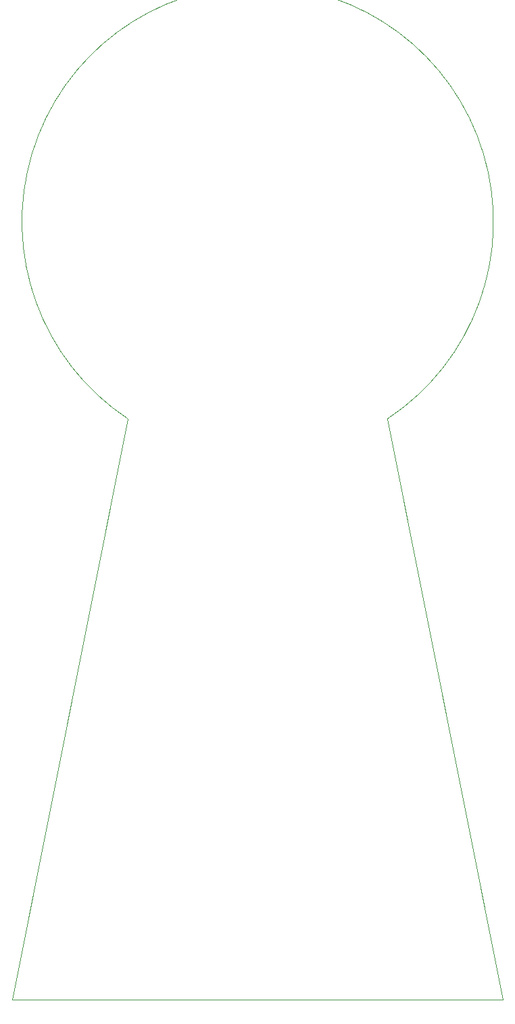
<source format=gbr>
%TF.GenerationSoftware,KiCad,Pcbnew,(6.0.1-0)*%
%TF.CreationDate,2022-05-13T10:35:13-07:00*%
%TF.ProjectId,badge_eda,62616467-655f-4656-9461-2e6b69636164,rev?*%
%TF.SameCoordinates,Original*%
%TF.FileFunction,Profile,NP*%
%FSLAX46Y46*%
G04 Gerber Fmt 4.6, Leading zero omitted, Abs format (unit mm)*
G04 Created by KiCad (PCBNEW (6.0.1-0)) date 2022-05-13 10:35:13*
%MOMM*%
%LPD*%
G01*
G04 APERTURE LIST*
%TA.AperFunction,Profile*%
%ADD10C,0.025400*%
%TD*%
G04 APERTURE END LIST*
D10*
X96266000Y-152400000D02*
X157734000Y-152400000D01*
X157734000Y-152400000D02*
X143256000Y-79756000D01*
X143256000Y-79755999D02*
G75*
G03*
X110744000Y-79755999I-16256000J24653517D01*
G01*
X96266000Y-152400000D02*
X110744000Y-79756000D01*
M02*

</source>
